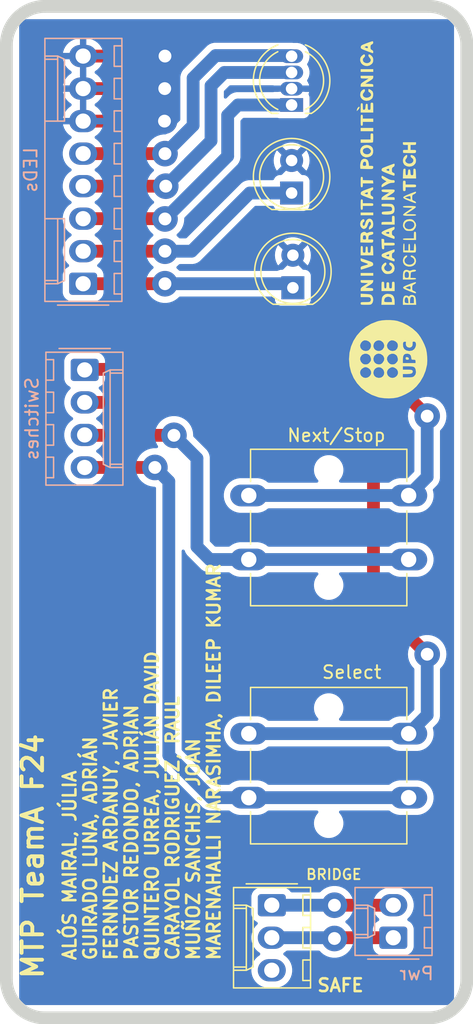
<source format=kicad_pcb>
(kicad_pcb (version 20240108) (generator "pcbnew") (generator_version "8.0")
  (layers (0 "F.Cu" signal) (31 "B.Cu" signal) (34 "B.Paste" user) (35 "F.Paste" user) (36 "B.SilkS" user "B.Silkscreen") (37 "F.SilkS" user "F.Silkscreen") (38 "B.Mask" user) (39 "F.Mask" user) (44 "Edge.Cuts" user))
  (net 0 "")
  (net 1 "GND")
  (net 2 "Net-(D1-K)")
  (net 3 "Net-(D2-K)")
  (net 4 "Net-(D3-VDD)")
  (net 5 "Net-(D3-DO)")
  (net 6 "Net-(D3-DI)")
  (net 7 "Net-(J2-Pin_1)")
  (net 8 "Net-(J2-Pin_2)")
  (net 9 "Net-(J2-Pin_3)")
  (net 10 "Net-(J2-Pin_4)")
  (net 11 "Net-(J3-Pin_1)")
  (net 13 "Net-(J3-Pin_2)")
  (footprint "Button_Switch_THT:SW_SPST_Omron_B3F-40xx" (layer "F.Cu") (at 102.45 113.2 180)
    (property "Reference" "Next/Stop" (at 5.65 9.7 0) (layer "F.SilkS"))
    (property "Value" "SW_Push" (hide yes))
    (pad "" np_thru_hole circle (at 6.25 -2 180) (size 1.8 1.8) (drill 1.8) (layers "F&B.Cu" "*.Mask"))
    (pad "" np_thru_hole circle (at 6.25 7 180) (size 1.8 1.8) (drill 1.8) (layers "F&B.Cu" "*.Mask"))
    (pad "1" thru_hole oval (at 0 0 180) (size 2.9 1.7) (drill 1.2) (layers "*.Cu" "*.Mask") (net 9 "Net-(J2-Pin_3)"))
    (pad "1" thru_hole oval (at 12.5 0 180) (size 2.9 1.7) (drill 1.2) (layers "*.Cu" "*.Mask") (net 9 "Net-(J2-Pin_3)"))
    (pad "2" thru_hole oval (at 0 5 180) (size 2.9 1.7) (drill 1.2) (layers "*.Cu" "*.Mask") (net 7 "Net-(J2-Pin_1)"))
    (pad "2" thru_hole oval (at 12.5 5 180) (size 2.9 1.7) (drill 1.2) (layers "*.Cu" "*.Mask") (net 7 "Net-(J2-Pin_1)"))
  )
  (footprint "LED_THT:LED_D5.0mm-4_RGB" (layer "F.Cu") (at 93.3 77.7 90)
    (property "Reference" "D3_RGB" (hide yes))
    (property "Value" "APA-106-F5" (hide yes))
    (pad "1" thru_hole rect (at 0 0 90) (size 1.07 1.8) (drill 0.9) (layers "*.Cu" "*.Mask") (net 5 "Net-(D3-DO)"))
    (pad "2" thru_hole oval (at 1.27 0 90) (size 1.07 1.8) (drill 0.9) (layers "*.Cu" "*.Mask") (net 1 "GND"))
    (pad "3" thru_hole oval (at 2.54 0 90) (size 1.07 1.8) (drill 0.9) (layers "*.Cu" "*.Mask") (net 4 "Net-(D3-VDD)"))
    (pad "4" thru_hole oval (at 3.81 0 90) (size 1.07 1.8) (drill 0.9) (layers "*.Cu" "*.Mask") (net 6 "Net-(D3-DI)"))
  )
  (footprint "LED_THT:LED_D5.0mm" (layer "F.Cu") (at 93.4 91.975 90)
    (property "Reference" "D1_Red" (hide yes))
    (property "Value" "LED" (hide yes))
    (pad "1" thru_hole rect (at 0 0 90) (size 1.8 1.8) (drill 0.9) (layers "*.Cu" "*.Mask") (net 2 "Net-(D1-K)"))
    (pad "2" thru_hole circle (at 2.54 0 90) (size 1.8 1.8) (drill 0.9) (layers "*.Cu" "*.Mask") (net 1 "GND"))
  )
  (footprint "LED_THT:LED_D5.0mm" (layer "F.Cu") (at 93.3 84.575 90)
    (property "Reference" "D2_Green" (hide yes))
    (property "Value" "LED" (hide yes))
    (pad "1" thru_hole rect (at 0 0 90) (size 1.8 1.8) (drill 0.9) (layers "*.Cu" "*.Mask") (net 3 "Net-(D2-K)"))
    (pad "2" thru_hole circle (at 2.54 0 90) (size 1.8 1.8) (drill 0.9) (layers "*.Cu" "*.Mask") (net 1 "GND"))
  )
  (footprint "Button_Switch_THT:SW_SPST_Omron_B3F-40xx" (layer "F.Cu") (at 89.95 126.8)
    (property "Reference" "Select" (at 8.05 -4.8 0) (layer "F.SilkS"))
    (property "Value" "SW_Push" (hide yes))
    (pad "" np_thru_hole circle (at 6.25 -2) (size 1.8 1.8) (drill 1.8) (layers "F&B.Cu" "*.Mask"))
    (pad "" np_thru_hole circle (at 6.25 7) (size 1.8 1.8) (drill 1.8) (layers "F&B.Cu" "*.Mask"))
    (pad "1" thru_hole oval (at 0 0) (size 2.9 1.7) (drill 1.2) (layers "*.Cu" "*.Mask") (net 8 "Net-(J2-Pin_2)"))
    (pad "1" thru_hole oval (at 12.5 0) (size 2.9 1.7) (drill 1.2) (layers "*.Cu" "*.Mask") (net 8 "Net-(J2-Pin_2)"))
    (pad "2" thru_hole oval (at 0 5) (size 2.9 1.7) (drill 1.2) (layers "*.Cu" "*.Mask") (net 10 "Net-(J2-Pin_4)"))
    (pad "2" thru_hole oval (at 12.5 5) (size 2.9 1.7) (drill 1.2) (layers "*.Cu" "*.Mask") (net 10 "Net-(J2-Pin_4)"))
  )
  (footprint "Connector_Molex:Molex_KK-254_AE-6410-03A_1x03_P2.54mm_Vertical" (layer "F.Cu") (at 91.75 140.2 -90)
    (property "Reference" "BRIDGE" (at -2.4 -4.85 180) (layer "F.SilkS") (effects (font (size 0.8 0.8))))
    (property "Value" "Conn_01x03_Pin" (hide yes))
    (pad "1" thru_hole roundrect (at 0 0 270) (size 1.74 2.19) (drill 1.19) (layers "*.Cu" "*.Mask") (roundrect_rratio 0.143678) (net 11 "Net-(J3-Pin_1)"))
    (pad "2" thru_hole oval (at 2.54 0 270) (size 1.74 2.19) (drill 1.19) (layers "*.Cu" "*.Mask") (net 13 "Net-(J3-Pin_2)"))
    (pad "3" thru_hole oval (at 5.08 0 270) (size 1.74 2.19) (drill 1.19) (layers "*.Cu" "*.Mask"))
  )
  (footprint "UPC_Logo:UPC_logo" (layer "F.Cu") (at 100.8 86.7 90)
    (property "Reference" "G_logo" (hide yes))
    (property "Value" "LOGO" (hide yes))
  )
  (footprint "Connector_Molex:Molex_KK-254_AE-6410-02A_1x02_P2.54mm_Vertical" (layer "B.Cu") (at 101.25 142.74 90)
    (property "Reference" "Pwr" (at -2.8 1.82 180) (layer "B.SilkS") (effects (justify mirror)))
    (property "Value" "Conn_01x02_Pin" (hide yes))
    (pad "1" thru_hole roundrect (at 0 0 90) (size 1.74 2.19) (drill 1.19) (layers "*.Cu" "*.Mask") (roundrect_rratio 0.143678) (net 13 "Net-(J3-Pin_2)"))
    (pad "2" thru_hole oval (at 2.54 0 90) (size 1.74 2.19) (drill 1.19) (layers "*.Cu" "*.Mask") (net 11 "Net-(J3-Pin_1)"))
  )
  (footprint "Connector_Molex:Molex_KK-254_AE-6410-08A_1x08_P2.54mm_Vertical" (layer "B.Cu") (at 77 91.66 90)
    (property "Reference" "LEDs" (at 8.89 -4.1 90) (layer "B.SilkS") (effects (justify mirror)))
    (property "Value" "" (hide yes))
    (pad "1" thru_hole roundrect (at 0 0 90) (size 1.74 2.19) (drill 1.19) (layers "*.Cu" "*.Mask") (roundrect_rratio 0.143678) (net 2 "Net-(D1-K)"))
    (pad "2" thru_hole oval (at 2.54 0 90) (size 1.74 2.19) (drill 1.19) (layers "*.Cu" "*.Mask") (net 3 "Net-(D2-K)"))
    (pad "3" thru_hole oval (at 5.08 0 90) (size 1.74 2.19) (drill 1.19) (layers "*.Cu" "*.Mask") (net 5 "Net-(D3-DO)"))
    (pad "4" thru_hole oval (at 7.62 0 90) (size 1.74 2.19) (drill 1.19) (layers "*.Cu" "*.Mask") (net 4 "Net-(D3-VDD)"))
    (pad "5" thru_hole oval (at 10.16 0 90) (size 1.74 2.19) (drill 1.19) (layers "*.Cu" "*.Mask") (net 6 "Net-(D3-DI)"))
    (pad "6" thru_hole oval (at 12.7 0 90) (size 1.74 2.19) (drill 1.19) (layers "*.Cu" "*.Mask") (net 1 "GND"))
    (pad "7" thru_hole oval (at 15.24 0 90) (size 1.74 2.19) (drill 1.19) (layers "*.Cu" "*.Mask") (net 1 "GND"))
    (pad "8" thru_hole oval (at 17.78 0 90) (size 1.74 2.19) (drill 1.19) (layers "*.Cu" "*.Mask") (net 1 "GND"))
  )
  (footprint "Connector_Molex:Molex_KK-254_AE-6410-04A_1x04_P2.54mm_Vertical" (layer "B.Cu") (at 77.12 98.39 -90)
    (property "Reference" "Switches" (at 3.81 4.12 90) (layer "B.SilkS") (effects (justify mirror)))
    (property "Value" "Conn_01x04_Pin" (hide yes))
    (pad "1" thru_hole roundrect (at 0 0 270) (size 1.74 2.19) (drill 1.19) (layers "*.Cu" "*.Mask") (roundrect_rratio 0.143678) (net 7 "Net-(J2-Pin_1)"))
    (pad "2" thru_hole oval (at 2.54 0 270) (size 1.74 2.19) (drill 1.19) (layers "*.Cu" "*.Mask") (net 8 "Net-(J2-Pin_2)"))
    (pad "3" thru_hole oval (at 5.08 0 270) (size 1.74 2.19) (drill 1.19) (layers "*.Cu" "*.Mask") (net 9 "Net-(J2-Pin_3)"))
    (pad "4" thru_hole oval (at 7.62 0 270) (size 1.74 2.19) (drill 1.19) (layers "*.Cu" "*.Mask") (net 10 "Net-(J2-Pin_4)"))
  )
  (gr_line (start 71 73) (end 71 146) (stroke (width 1)) (layer "Edge.Cuts"))
  (gr_line (start 74 149) (end 104 149) (stroke (width 1)) (layer "Edge.Cuts"))
  (gr_arc (start 107 146) (mid 106.12132 148.12132) (end 104 149) (stroke (width 1)) (layer "Edge.Cuts"))
  (gr_arc (start 104 70) (mid 106.12132 70.87868) (end 107 73) (stroke (width 1)) (layer "Edge.Cuts"))
  (gr_line (start 104 70) (end 74 70) (stroke (width 1)) (layer "Edge.Cuts"))
  (gr_arc (start 74 149) (mid 71.87868 148.12132) (end 71 146) (stroke (width 1)) (layer "Edge.Cuts"))
  (gr_arc (start 71 73) (mid 71.87868 70.87868) (end 74 70) (stroke (width 1)) (layer "Edge.Cuts"))
  (gr_line (start 107 146) (end 107 73) (stroke (width 1)) (layer "Edge.Cuts"))
  (gr_text "ALÓS MAIRAL, JÚLIA\nGUIRADO LUNA, ADRIÁN\nFERNNDEZ ARDANUY, JAVIER\nPASTOR REDONDO, ADRIAN\nQUINTERO URREA, JULIÁN DAVID\nCARAYOL RODRIGUEZ, RAUL\nMUÑOZ SANCHIS, JOAN\nMARENAHALLI NARASIMHA, DILEEP KUMAR" (at 87.8 144.6 90) (layer "F.SilkS") (effects (font (size 1 1) (thickness 0.2) (bold yes)) (justify left bottom)))
  (gr_text "MTP TeamA F24" (at 74 146.1 90) (layer "F.SilkS") (effects (font (size 1.6 1.6) (thickness 0.3) (bold yes)) (justify left bottom)))
  (gr_text "SAFE" (at 95.2 147.04 0) (layer "F.SilkS") (effects (font (size 1 1) (thickness 0.2) (bold yes)) (justify left bottom)))
  (segment (start 77 78.96) (end 83.36 78.96) (width 1) (layer "F.Cu") (net 1))
  (segment (start 77 73.88) (end 83.4 73.88) (width 1) (layer "F.Cu") (net 1))
  (segment (start 77 76.42) (end 83.38 76.42) (width 1) (layer "F.Cu") (net 1))
  (via (at 83.4 73.88) (size 2) (drill 1) (layers "F.Cu" "B.Cu") (net 1))
  (via (at 83.38 76.42) (size 2) (drill 1) (layers "F.Cu" "B.Cu") (net 1))
  (via (at 83.36 78.96) (size 2) (drill 1) (layers "F.Cu" "B.Cu") (net 1))
  (segment (start 77 91.66) (end 83.4 91.66) (width 1) (layer "F.Cu") (net 2))
  (via (at 83.4 91.66) (size 2) (drill 1) (layers "F.Cu" "B.Cu") (net 2))
  (segment (start 83.4 91.66) (end 93.085 91.66) (width 1) (layer "B.Cu") (net 2))
  (segment (start 93.085 91.66) (end 93.4 91.975) (width 1) (layer "B.Cu") (net 2))
  (segment (start 77 89.12) (end 83.4 89.12) (width 1) (layer "F.Cu") (net 3))
  (via (at 83.4 89.12) (size 2) (drill 1) (layers "F.Cu" "B.Cu") (net 3))
  (segment (start 83.4 89.12) (end 85.48 89.12) (width 1) (layer "B.Cu") (net 3))
  (segment (start 85.48 89.12) (end 90.025 84.575) (width 1) (layer "B.Cu") (net 3))
  (segment (start 90.025 84.575) (end 93.3 84.575) (width 1) (layer "B.Cu") (net 3))
  (segment (start 83.46 84.04) (end 77 84.04) (width 1) (layer "F.Cu") (net 4))
  (via (at 83.46 84.04) (size 2) (drill 1) (layers "F.Cu" "B.Cu") (net 4))
  (segment (start 87 80.5) (end 87 76.2) (width 1) (layer "B.Cu") (net 4))
  (segment (start 83.46 84.04) (end 87 80.5) (width 1) (layer "B.Cu") (net 4))
  (segment (start 88.04 75.16) (end 87 76.2) (width 1) (layer "B.Cu") (net 4))
  (segment (start 93.3 75.16) (end 88.04 75.16) (width 1) (layer "B.Cu") (net 4))
  (segment (start 77 86.58) (end 83.38 86.58) (width 1) (layer "F.Cu") (net 5))
  (via (at 83.4 86.6) (size 2) (drill 1) (layers "F.Cu" "B.Cu") (net 5))
  (segment (start 88.3 81.7) (end 88.3 78.5) (width 1) (layer "B.Cu") (net 5))
  (segment (start 93.3 77.7) (end 89.1 77.7) (width 1) (layer "B.Cu") (net 5))
  (segment (start 89.1 77.7) (end 88.3 78.5) (width 1) (layer "B.Cu") (net 5))
  (segment (start 83.4 86.6) (end 88.3 81.7) (width 1) (layer "B.Cu") (net 5))
  (segment (start 77 81.5) (end 83.4 81.5) (width 1) (layer "F.Cu") (net 6))
  (via (at 83.4 81.5) (size 2) (drill 1) (layers "F.Cu" "B.Cu") (net 6))
  (segment (start 87.36 73.84) (end 93.25 73.84) (width 1) (layer "B.Cu") (net 6))
  (segment (start 83.4 81.5) (end 85.6 79.3) (width 1) (layer "B.Cu") (net 6))
  (segment (start 85.6 79.3) (end 85.6 75.6) (width 1) (layer "B.Cu") (net 6))
  (segment (start 93.25 73.84) (end 93.3 73.89) (width 1) (layer "B.Cu") (net 6))
  (segment (start 85.6 75.6) (end 87.36 73.84) (width 1) (layer "B.Cu") (net 6))
  (segment (start 89.6 98.4) (end 89.55 98.35) (width 1) (layer "F.Cu") (net 7))
  (segment (start 77.16 98.35) (end 77.12 98.39) (width 1) (layer "F.Cu") (net 7))
  (segment (start 89.55 98.35) (end 77.16 98.35) (width 1) (layer "F.Cu") (net 7))
  (segment (start 100.3 98.4) (end 89.6 98.4) (width 1) (layer "F.Cu") (net 7))
  (segment (start 103.9 102) (end 100.3 98.4) (width 1) (layer "F.Cu") (net 7))
  (via (at 103.9 102) (size 2) (drill 1) (layers "F.Cu" "B.Cu") (net 7))
  (segment (start 102.45 108.2) (end 89.95 108.2) (width 1) (layer "B.Cu") (net 7))
  (segment (start 103.9 106.75) (end 102.45 108.2) (width 1) (layer "B.Cu") (net 7))
  (segment (start 103.9 102) (end 103.9 106.75) (width 1) (layer "B.Cu") (net 7))
  (segment (start 99.7 116.4) (end 103.9 120.6) (width 1) (layer "F.Cu") (net 8))
  (segment (start 97.83 100.93) (end 99.7 102.8) (width 1) (layer "F.Cu") (net 8))
  (segment (start 77.12 100.93) (end 97.83 100.93) (width 1) (layer "F.Cu") (net 8))
  (segment (start 99.7 102.8) (end 99.7 116.4) (width 1) (layer "F.Cu") (net 8))
  (via (at 103.9 120.6) (size 2) (drill 1) (layers "F.Cu" "B.Cu") (net 8))
  (segment (start 89.95 126.8) (end 102.45 126.8) (width 1) (layer "B.Cu") (net 8))
  (segment (start 103.9 125.35) (end 102.45 126.8) (width 1) (layer "B.Cu") (net 8))
  (segment (start 103.9 120.6) (end 103.9 125.35) (width 1) (layer "B.Cu") (net 8))
  (segment (start 77.15 103.5) (end 84.1 103.5) (width 1) (layer "F.Cu") (net 9))
  (segment (start 77.12 103.47) (end 77.15 103.5) (width 1) (layer "F.Cu") (net 9))
  (via (at 84.1 103.5) (size 2) (drill 1) (layers "F.Cu" "B.Cu") (net 9))
  (segment (start 86.9 113.2) (end 89.95 113.2) (width 1) (layer "B.Cu") (net 9))
  (segment (start 85.9 112.2) (end 86.9 113.2) (width 1) (layer "B.Cu") (net 9))
  (segment (start 85.9 105.3) (end 85.9 112.2) (width 1) (layer "B.Cu") (net 9))
  (segment (start 102.45 113.2) (end 89.95 113.2) (width 1) (layer "B.Cu") (net 9))
  (segment (start 84.1 103.5) (end 85.9 105.3) (width 1) (layer "B.Cu") (net 9))
  (segment (start 77.12 106.01) (end 82.61 106.01) (width 1) (layer "F.Cu") (net 10))
  (via (at 82.61 106.01) (size 2) (drill 1) (layers "F.Cu" "B.Cu") (net 10))
  (segment (start 83.7 128.5) (end 87 131.8) (width 1) (layer "B.Cu") (net 10))
  (segment (start 83.7 107.1) (end 83.7 128.5) (width 1) (layer "B.Cu") (net 10))
  (segment (start 87 131.8) (end 89.95 131.8) (width 1) (layer "B.Cu") (net 10))
  (segment (start 102.45 131.8) (end 89.95 131.8) (width 1) (layer "B.Cu") (net 10))
  (segment (start 82.61 106.01) (end 83.7 107.1) (width 1) (layer "B.Cu") (net 10))
  (segment (start 101.25 140.2) (end 96.65 140.2) (width 1) (layer "F.Cu") (net 11))
  (via (at 96.65 140.2) (size 2) (drill 1) (layers "F.Cu" "B.Cu") (net 11))
  (segment (start 91.75 140.2) (end 96.65 140.2) (width 1) (layer "B.Cu") (net 11))
  (segment (start 96.65 142.8) (end 96.71 142.74) (width 1) (layer "F.Cu") (net 13))
  (segment (start 96.71 142.74) (end 101.25 142.74) (width 1) (layer "F.Cu") (net 13))
  (via (at 96.65 142.8) (size 2) (drill 1) (layers "F.Cu" "B.Cu") (net 13))
  (segment (start 91.75 142.74) (end 96.59 142.74) (width 1) (layer "B.Cu") (net 13))
  (segment (start 96.59 142.74) (end 96.65 142.8) (width 1) (layer "B.Cu") (net 13))
  (zone (net 1) (net_name "GND") (layer "B.Cu") (connect_pads (clearance 0.5)) (min_thickness 0.25) (fill yes (thermal_gap 0.5) (thermal_bridge_width 0.5))
    (polygon (pts (xy 72 71) (xy 106 71) (xy 106 148) (xy 72 148)))
  )
)
</source>
